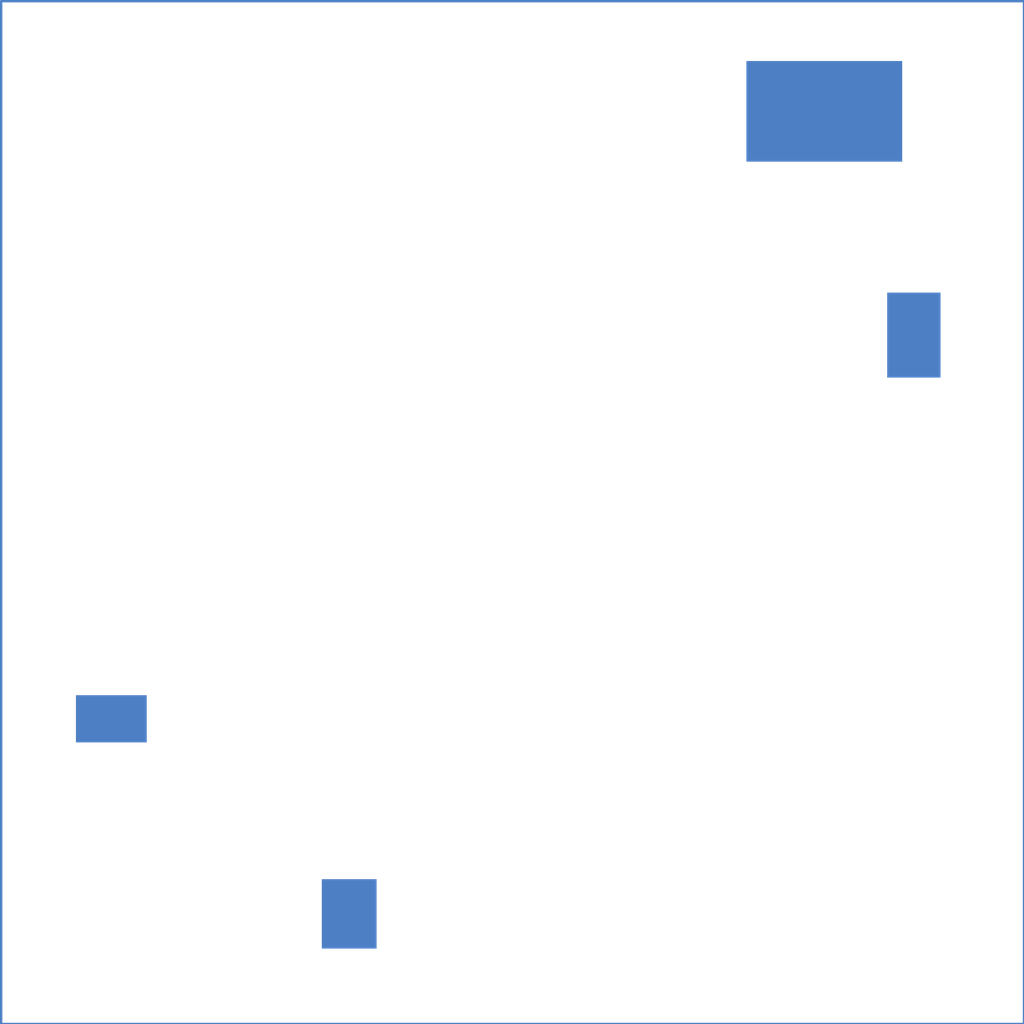
<source format=kicad_pcb>
(kicad_pcb (version 20171130) (host pcbnew "(5.1.2)-2")

  (general
    (thickness 1.6)
  )

  (page A4)
  (layers
    (0 Top signal)
    (31 Bottom signal)
    (32 B.Adhes user)
    (33 F.Adhes user)
    (34 B.Paste user)
    (35 F.Paste user)
    (36 B.SilkS user)
    (37 F.SilkS user)
    (38 B.Mask user)
    (39 F.Mask user)
    (40 Dwgs.User user)
    (41 Cmts.User user)
    (42 Eco1.User user)
    (43 Eco2.User user)
    (44 Edge.Cuts user)
    (45 Margin user)
    (46 B.CrtYd user)
    (47 F.CrtYd user)
    (48 B.Fab user)
    (49 F.Fab user)
  )

  (setup
    (pad_to_mask_clearance 0.1016)
    (aux_axis_origin -120.62617 153.22756)
    (grid_origin -120.62617 153.22756)
    (pcbplotparams
      (layerselection 0x00010fc_ffffffff)
      (plot_on_all_layers_selection 0x0000000_00000000)
      (disableapertmacros false)
      (usegerberextensions false)
      (usegerberattributes true)
      (usegerberadvancedattributes true)
      (creategerberjobfile true)
      (dashed_line_dash_ratio 12)
      (dashed_line_gap_ratio 3)
      (svgprecision 4)
      (plotframeref false)
      (viasonmask false)
      (mode 1)
      (useauxorigin false)
      (hpglpennumber 1)
      (hpglpenspeed 20)
      (hpglpendiameter 15)
      (dxfpolygonmode true)
      (dxfimperialunits true)
      (dxfusepcbnewfont true)
      (psnegative false)
      (psa4output false)
      (plotreference true)
      (plotvalue true)
      (plotinvisibletext false)
      (sketchpadsonfab false)
      (subtractmaskfromsilk false)
      (outputformat 1)
      (mirror false)
      (drillshape 1)
      (scaleselection 1)
      (outputdirectory "")
    )
  )

  (net 0 "")

  (net 1 Y+)
  (net 2 Y-)
  (net 3 NetR3_2)
  (net 4 W-)
  (net 5 W+)
  (net 6 VIN)
  (net 7 VCC_5V)
  (net 8 TK6)
  (net 9 TK5)
  (net 10 TK4)
  (net 11 TK3)
  (net 12 TK2)
  (net 13 TK1)
  (net 14 SK4)
  (net 15 SK3)
  (net 16 SK2)
  (net 17 SK1)
  (net 18 S_LED7)
  (net 19 S_LED6)
  (net 20 S_LED5)
  (net 21 S_LED4)
  (net 22 S_LED3)
  (net 23 S_LED2)
  (net 24 S_LED1)
  (net 25 PWM2)
  (net 26 PWM1)
  (net 27 NetR19_2)
  (net 28 NetR16_2)
  (net 29 NetR15_2)
  (net 30 NetR14_1)
  (net 31 NetR12_1)
  (net 32 NetD2_1)
  (net 33 NetD1_1)
  (net 34 NetC5_2)
  (net 35 K_LED4)
  (net 36 K_LED3)
  (net 37 K_LED2)
  (net 38 K_LED1)
  (net 39 GND)
  (net 40 ALS_IN)

  (net_class Default "This is the default net class."
    (add_net ALS_IN)
    (add_net K_LED1)
    (add_net K_LED2)
    (add_net K_LED3)
    (add_net K_LED4)
    (add_net NetC5_2)
    (add_net NetD1_1)
    (add_net NetD2_1)
    (add_net NetR12_1)
    (add_net NetR14_1)
    (add_net NetR15_2)
    (add_net NetR16_2)
    (add_net NetR19_2)
    (add_net NetR3_2)
    (add_net PWM1)
    (add_net PWM2)
    (add_net SK1)
    (add_net SK2)
    (add_net SK3)
    (add_net SK4)
    (add_net S_LED1)
    (add_net S_LED2)
    (add_net S_LED3)
    (add_net S_LED4)
    (add_net S_LED5)
    (add_net S_LED6)
    (add_net S_LED7)
    (add_net TK1)
    (add_net TK2)
    (add_net TK3)
    (add_net TK4)
    (add_net TK5)
    (add_net TK6)
    (add_net VIN)
    (add_net W+)
    (add_net W-)
    (add_net Y+)
    (add_net Y-)
    (trace_width 0.254)
  )
  (net_class Power "This is the default net class."
    (add_net GND)
    (add_net VCC_5V)
    (trace_width 0.8)
  )

 
  
  (module "MIJI_ADPcbLib.PcbLib:R1206-JP_4" (layer Bottom) (tedit 0) (tstamp 0)
    (at 106.501099 98.871560 270)
    (fp_text reference 3 (at 0 0) (layer B.SilkS) hide
      (effects (font (size 0.8 0.8) (thickness 0.127)) (justify left bottom))
    )
    
    (pad 1 smd rect (at 0 0 0) (size 1.5 1) (layers Bottom B.Paste B.Mask)
(net 3 NetR3_2))
     )

  (module "MIJI_ADPcbLib.PcbLib:SMD-EC6.3X6.3X10_5" (layer Bottom) (tedit 0) (tstamp 0)
    (at 121.603792 86.003598 270)
    (fp_text reference 4 (at 0 0) (layer B.SilkS) hide
      (effects (font (size 0.8 0.8) (thickness 0.127)) (justify left bottom))
    )
       (pad 1 smd rect (at 0 0 0) (size 3.3 2.132) (layers Bottom B.Paste B.Mask)
(net 3 NetR3_2))
      )

  
  (module "Miscellaneous Devices LC.PcbLib:0805_C_7" (layer Bottom) (tedit 0) (tstamp 0)
    (at 111.539830 103.003598 270)
    (fp_text reference 6 (at 0 0) (layer B.SilkS) hide
      (effects (font (size 0.8 0.8) (thickness 0.127)) (justify left bottom))
    )
      (pad 1 smd rect (at 0 0 0) (size 1.16 1.47) (layers Bottom B.Paste B.Mask)
(net 6 VIN))

  )

  (module "Miscellaneous Devices LC.PcbLib:1206_C_8" (layer Bottom) (tedit 0) (tstamp 0)
    (at 123.501099 90.743560 270)
    (fp_text reference 7 (at 0 0) (layer B.SilkS) hide
      (effects (font (size 0.8 0.8) (thickness 0.127)) (justify left bottom))
    )
       (pad 1 smd rect (at 0 0 0) (size 1.13 1.8) (layers Bottom B.Paste B.Mask)
(net 6 VIN))
     )

 
  (gr_line (start 104.167647 83.670146) (end 125.834551 83.670146) (layer Bottom) (width 0.05) (tstamp 42A38F4))
  (gr_line (start 125.834551 83.670146) (end 125.834551 105.337050) (layer Bottom) (width 0.05) (tstamp 42A38F4))
  (gr_line (start 125.834551 105.337050) (end 104.167647 105.337050) (layer Bottom) (width 0.05) (tstamp 42A38F4))
  (gr_line (start 104.167647 105.337050) (end 104.167647 83.670146) (layer Bottom) (width 0.05) (tstamp 42A38F4))
)

</source>
